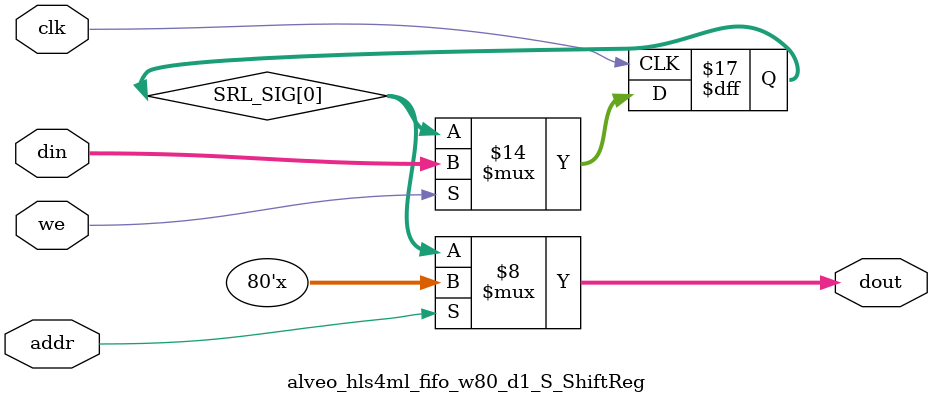
<source format=v>

`timescale 1 ns / 1 ps

module alveo_hls4ml_fifo_w80_d1_S
#(parameter
    MEM_STYLE   = "shiftReg",
    DATA_WIDTH  = 80,
    ADDR_WIDTH  = 1,
    DEPTH       = 1)
(
    // system signal
    input  wire                  clk,
    input  wire                  reset,

    // write
    output wire                  if_full_n,
    input  wire                  if_write_ce,
    input  wire                  if_write,
    input  wire [DATA_WIDTH-1:0] if_din,
    
    // read 
    output wire [ADDR_WIDTH:0]   if_num_data_valid, // for FRP
    output wire [ADDR_WIDTH:0]   if_fifo_cap,       // for FRP
    output wire                  if_empty_n,
    input  wire                  if_read_ce,
    input  wire                  if_read,
    output wire [DATA_WIDTH-1:0] if_dout
);
//------------------------Parameter----------------------

//------------------------Local signal-------------------
wire [ADDR_WIDTH-1:0] addr;
wire                  push;
wire                  pop;
reg signed [ADDR_WIDTH:0]   mOutPtr;
reg                   empty_n = 1'b0;
reg                   full_n  = 1'b1;
// with almost full?  no 
//------------------------Instantiation------------------
alveo_hls4ml_fifo_w80_d1_S_ShiftReg 
#(  .DATA_WIDTH (DATA_WIDTH),
    .ADDR_WIDTH (ADDR_WIDTH),
    .DEPTH      (DEPTH))
U_alveo_hls4ml_fifo_w80_d1_S_ShiftReg (
    .clk        (clk),
    .we         (push),
    .addr       (addr),
    .din        (if_din),
    .dout       (if_dout)
);
//------------------------Task and function--------------

//------------------------Body---------------------------
// has num_data_valid ? 
assign if_num_data_valid = mOutPtr + 1'b1; // yes
assign if_fifo_cap = DEPTH; // yes 

// has almost full ? 
assign if_full_n  = full_n; //no 
assign if_empty_n = empty_n;

assign push = (if_write & if_write_ce) & full_n;
assign pop  = (if_read & if_read_ce) & empty_n;
assign addr = mOutPtr[ADDR_WIDTH] == 1'b0 ? mOutPtr[ADDR_WIDTH-1:0]:{ADDR_WIDTH{1'b0}};

// full_n
always @(posedge clk ) begin
    if (reset == 1'b1)
        full_n <= 1'b1;
    else if (push & ~pop) begin
        if (mOutPtr == DEPTH - 2)
            full_n <= 1'b0;
    end
    else if (~push & pop)
        full_n <= 1'b1;
end

// almost_full_n 

// empty_n
always @(posedge clk ) begin
    if (reset == 1'b1)
        empty_n <= 1'b0;
    else if (push & ~pop)
        empty_n <= 1'b1;
    else if (~push & pop) begin
        if (mOutPtr == 0)
            empty_n <= 1'b0;
    end
end

// mOutPtr
always @(posedge clk ) begin
    if (reset == 1'b1)
        mOutPtr <= {ADDR_WIDTH+1{1'b1}};
    else if (push & ~pop)
        mOutPtr <= mOutPtr + 1'b1;
    else if (~push & pop)
        mOutPtr <= mOutPtr - 1'b1;
end

endmodule  


module alveo_hls4ml_fifo_w80_d1_S_ShiftReg
#(parameter
    DATA_WIDTH  = 80,
    ADDR_WIDTH  = 1,
    DEPTH       = 1)
(
    input  wire                  clk,
    input  wire                  we,
    input  wire [ADDR_WIDTH-1:0] addr,
    input  wire [DATA_WIDTH-1:0] din,
    output wire [DATA_WIDTH-1:0] dout
);

reg [DATA_WIDTH-1:0] SRL_SIG [0:DEPTH-1];
integer i;

always @ (posedge clk) begin
    if (we) begin
        for (i=0; i<DEPTH-1; i=i+1)
            SRL_SIG[i+1] <= SRL_SIG[i];
        SRL_SIG[0] <= din;
    end
end

assign dout = SRL_SIG[addr];

endmodule

</source>
